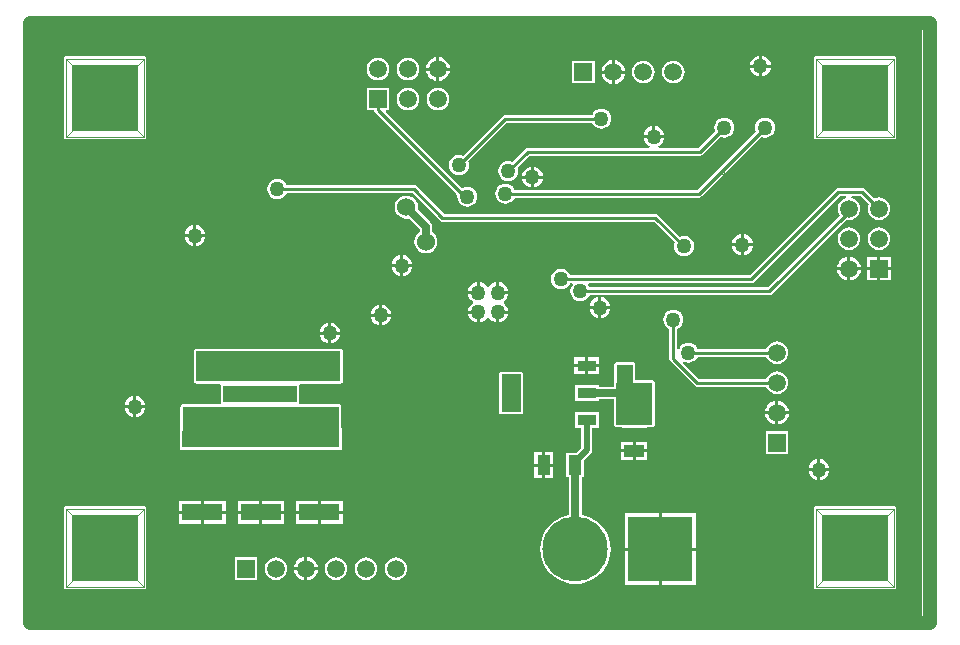
<source format=gbl>
G04*
G04 #@! TF.GenerationSoftware,Altium Limited,Altium Designer,19.1.5 (86)*
G04*
G04 Layer_Physical_Order=2*
G04 Layer_Color=16711680*
%FSLAX25Y25*%
%MOIN*%
G70*
G01*
G75*
%ADD13C,0.01000*%
%ADD18C,0.04724*%
%ADD19C,0.00394*%
%ADD20C,0.00098*%
%ADD21R,0.06693X0.04331*%
%ADD23R,0.05906X0.05906*%
%ADD27R,0.04331X0.06693*%
%ADD59R,0.22047X0.22047*%
%ADD60C,0.05906*%
%ADD61R,0.05906X0.05906*%
%ADD62C,0.06000*%
%ADD63C,0.07500*%
%ADD64C,0.14961*%
%ADD65R,0.21717X0.21717*%
%ADD66C,0.21717*%
%ADD67C,0.05000*%
%ADD68C,0.02362*%
%ADD69R,0.13583X0.05709*%
%ADD70R,0.06300X0.03600*%
%ADD71C,0.02500*%
%ADD72C,0.02000*%
%ADD73R,0.05500X0.07000*%
%ADD74R,0.12000X0.14000*%
%ADD75R,0.52000X0.13500*%
%ADD76R,0.24500X0.05500*%
%ADD77R,0.48000X0.10000*%
G36*
X397500Y102000D02*
X102500D01*
Y297500D01*
X397500D01*
Y102000D01*
D02*
G37*
%LPC*%
G36*
X344000Y288964D02*
Y286000D01*
X346964D01*
X346910Y286414D01*
X346557Y287265D01*
X345996Y287996D01*
X345265Y288557D01*
X344414Y288910D01*
X344000Y288964D01*
D02*
G37*
G36*
X343000D02*
X342586Y288910D01*
X341735Y288557D01*
X341004Y287996D01*
X340443Y287265D01*
X340090Y286414D01*
X340036Y286000D01*
X343000D01*
Y288964D01*
D02*
G37*
G36*
X236500Y288421D02*
Y285000D01*
X239921D01*
X239851Y285532D01*
X239453Y286493D01*
X238819Y287319D01*
X237993Y287953D01*
X237032Y288351D01*
X236500Y288421D01*
D02*
G37*
G36*
X235500D02*
X234968Y288351D01*
X234007Y287953D01*
X233181Y287319D01*
X232547Y286493D01*
X232149Y285532D01*
X232079Y285000D01*
X235500D01*
Y288421D01*
D02*
G37*
G36*
X295000Y287421D02*
Y284000D01*
X298421D01*
X298351Y284532D01*
X297953Y285493D01*
X297319Y286319D01*
X296493Y286953D01*
X295532Y287351D01*
X295000Y287421D01*
D02*
G37*
G36*
X294000D02*
X293468Y287351D01*
X292507Y286953D01*
X291681Y286319D01*
X291047Y285493D01*
X290649Y284532D01*
X290579Y284000D01*
X294000D01*
Y287421D01*
D02*
G37*
G36*
X346964Y285000D02*
X344000D01*
Y282036D01*
X344414Y282090D01*
X345265Y282443D01*
X345996Y283004D01*
X346557Y283735D01*
X346910Y284586D01*
X346964Y285000D01*
D02*
G37*
G36*
X343000D02*
X340036D01*
X340090Y284586D01*
X340443Y283735D01*
X341004Y283004D01*
X341735Y282443D01*
X342586Y282090D01*
X343000Y282036D01*
Y285000D01*
D02*
G37*
G36*
X226000Y288285D02*
X225020Y288156D01*
X224107Y287778D01*
X223323Y287176D01*
X222722Y286393D01*
X222344Y285480D01*
X222215Y284500D01*
X222344Y283520D01*
X222722Y282607D01*
X223323Y281823D01*
X224107Y281222D01*
X225020Y280844D01*
X226000Y280715D01*
X226980Y280844D01*
X227893Y281222D01*
X228677Y281823D01*
X229278Y282607D01*
X229656Y283520D01*
X229785Y284500D01*
X229656Y285480D01*
X229278Y286393D01*
X228677Y287176D01*
X227893Y287778D01*
X226980Y288156D01*
X226000Y288285D01*
D02*
G37*
G36*
X216000D02*
X215020Y288156D01*
X214107Y287778D01*
X213323Y287176D01*
X212722Y286393D01*
X212344Y285480D01*
X212215Y284500D01*
X212344Y283520D01*
X212722Y282607D01*
X213323Y281823D01*
X214107Y281222D01*
X215020Y280844D01*
X216000Y280715D01*
X216980Y280844D01*
X217893Y281222D01*
X218676Y281823D01*
X219278Y282607D01*
X219656Y283520D01*
X219785Y284500D01*
X219656Y285480D01*
X219278Y286393D01*
X218676Y287176D01*
X217893Y287778D01*
X216980Y288156D01*
X216000Y288285D01*
D02*
G37*
G36*
X239921Y284000D02*
X236500D01*
Y280579D01*
X237032Y280649D01*
X237993Y281047D01*
X238819Y281681D01*
X239453Y282507D01*
X239851Y283468D01*
X239921Y284000D01*
D02*
G37*
G36*
X235500D02*
X232079D01*
X232149Y283468D01*
X232547Y282507D01*
X233181Y281681D01*
X234007Y281047D01*
X234968Y280649D01*
X235500Y280579D01*
Y284000D01*
D02*
G37*
G36*
X288253Y287253D02*
X280747D01*
Y279747D01*
X288253D01*
Y287253D01*
D02*
G37*
G36*
X314500Y287285D02*
X313520Y287156D01*
X312607Y286778D01*
X311824Y286176D01*
X311222Y285393D01*
X310844Y284480D01*
X310715Y283500D01*
X310844Y282520D01*
X311222Y281607D01*
X311824Y280823D01*
X312607Y280222D01*
X313520Y279844D01*
X314500Y279715D01*
X315480Y279844D01*
X316393Y280222D01*
X317177Y280823D01*
X317778Y281607D01*
X318156Y282520D01*
X318285Y283500D01*
X318156Y284480D01*
X317778Y285393D01*
X317177Y286176D01*
X316393Y286778D01*
X315480Y287156D01*
X314500Y287285D01*
D02*
G37*
G36*
X304500D02*
X303520Y287156D01*
X302607Y286778D01*
X301823Y286176D01*
X301222Y285393D01*
X300844Y284480D01*
X300715Y283500D01*
X300844Y282520D01*
X301222Y281607D01*
X301823Y280823D01*
X302607Y280222D01*
X303520Y279844D01*
X304500Y279715D01*
X305480Y279844D01*
X306393Y280222D01*
X307176Y280823D01*
X307778Y281607D01*
X308156Y282520D01*
X308285Y283500D01*
X308156Y284480D01*
X307778Y285393D01*
X307176Y286176D01*
X306393Y286778D01*
X305480Y287156D01*
X304500Y287285D01*
D02*
G37*
G36*
X298421Y283000D02*
X295000D01*
Y279579D01*
X295532Y279649D01*
X296493Y280047D01*
X297319Y280681D01*
X297953Y281507D01*
X298351Y282468D01*
X298421Y283000D01*
D02*
G37*
G36*
X294000D02*
X290579D01*
X290649Y282468D01*
X291047Y281507D01*
X291681Y280681D01*
X292507Y280047D01*
X293468Y279649D01*
X294000Y279579D01*
Y283000D01*
D02*
G37*
G36*
X236000Y278285D02*
X235020Y278156D01*
X234107Y277778D01*
X233324Y277176D01*
X232722Y276393D01*
X232344Y275480D01*
X232215Y274500D01*
X232344Y273520D01*
X232722Y272607D01*
X233324Y271824D01*
X234107Y271222D01*
X235020Y270844D01*
X236000Y270715D01*
X236980Y270844D01*
X237893Y271222D01*
X238677Y271824D01*
X239278Y272607D01*
X239656Y273520D01*
X239785Y274500D01*
X239656Y275480D01*
X239278Y276393D01*
X238677Y277176D01*
X237893Y277778D01*
X236980Y278156D01*
X236000Y278285D01*
D02*
G37*
G36*
X226000D02*
X225020Y278156D01*
X224107Y277778D01*
X223323Y277176D01*
X222722Y276393D01*
X222344Y275480D01*
X222215Y274500D01*
X222344Y273520D01*
X222722Y272607D01*
X223323Y271824D01*
X224107Y271222D01*
X225020Y270844D01*
X226000Y270715D01*
X226980Y270844D01*
X227893Y271222D01*
X228677Y271824D01*
X229278Y272607D01*
X229656Y273520D01*
X229785Y274500D01*
X229656Y275480D01*
X229278Y276393D01*
X228677Y277176D01*
X227893Y277778D01*
X226980Y278156D01*
X226000Y278285D01*
D02*
G37*
G36*
X290500Y271328D02*
X289638Y271215D01*
X288836Y270883D01*
X288146Y270354D01*
X287617Y269664D01*
X287477Y269325D01*
X258500D01*
X257993Y269225D01*
X257563Y268937D01*
X244200Y255575D01*
X243862Y255715D01*
X243000Y255828D01*
X242139Y255715D01*
X241336Y255382D01*
X240646Y254854D01*
X240118Y254164D01*
X239785Y253362D01*
X239671Y252500D01*
X239785Y251639D01*
X240118Y250836D01*
X240646Y250146D01*
X241336Y249618D01*
X242139Y249285D01*
X243000Y249171D01*
X243862Y249285D01*
X244664Y249618D01*
X245354Y250146D01*
X245883Y250836D01*
X246215Y251639D01*
X246328Y252500D01*
X246215Y253362D01*
X246075Y253700D01*
X259049Y266674D01*
X287477D01*
X287617Y266336D01*
X288146Y265646D01*
X288836Y265118D01*
X289638Y264785D01*
X290500Y264671D01*
X291361Y264785D01*
X292164Y265118D01*
X292854Y265646D01*
X293383Y266336D01*
X293715Y267139D01*
X293829Y268000D01*
X293715Y268862D01*
X293383Y269664D01*
X292854Y270354D01*
X292164Y270883D01*
X291361Y271215D01*
X290500Y271328D01*
D02*
G37*
G36*
X308500Y265464D02*
Y262500D01*
X311464D01*
X311410Y262914D01*
X311057Y263765D01*
X310496Y264496D01*
X309765Y265057D01*
X308914Y265410D01*
X308500Y265464D01*
D02*
G37*
G36*
X307500D02*
X307086Y265410D01*
X306235Y265057D01*
X305504Y264496D01*
X304943Y263765D01*
X304590Y262914D01*
X304536Y262500D01*
X307500D01*
Y265464D01*
D02*
G37*
G36*
X345000Y268328D02*
X344139Y268215D01*
X343336Y267882D01*
X342646Y267354D01*
X342118Y266664D01*
X341785Y265862D01*
X341671Y265000D01*
X341785Y264139D01*
X341925Y263800D01*
X322451Y244325D01*
X261523D01*
X261383Y244664D01*
X260854Y245354D01*
X260164Y245883D01*
X259362Y246215D01*
X258500Y246328D01*
X257639Y246215D01*
X256836Y245883D01*
X256146Y245354D01*
X255617Y244664D01*
X255285Y243862D01*
X255171Y243000D01*
X255285Y242139D01*
X255617Y241336D01*
X256146Y240646D01*
X256836Y240118D01*
X257639Y239785D01*
X258500Y239671D01*
X259362Y239785D01*
X260164Y240118D01*
X260854Y240646D01*
X261383Y241336D01*
X261523Y241674D01*
X323000D01*
X323507Y241775D01*
X323937Y242063D01*
X343800Y261925D01*
X344139Y261785D01*
X345000Y261671D01*
X345862Y261785D01*
X346664Y262118D01*
X347354Y262646D01*
X347883Y263336D01*
X348215Y264139D01*
X348328Y265000D01*
X348215Y265862D01*
X347883Y266664D01*
X347354Y267354D01*
X346664Y267882D01*
X345862Y268215D01*
X345000Y268328D01*
D02*
G37*
G36*
X331500D02*
X330639Y268215D01*
X329836Y267882D01*
X329146Y267354D01*
X328618Y266664D01*
X328285Y265862D01*
X328171Y265000D01*
X328285Y264139D01*
X328425Y263800D01*
X322951Y258326D01*
X309581D01*
X309482Y258825D01*
X309765Y258943D01*
X310496Y259504D01*
X311057Y260235D01*
X311410Y261086D01*
X311464Y261500D01*
X304536D01*
X304590Y261086D01*
X304943Y260235D01*
X305504Y259504D01*
X306235Y258943D01*
X306518Y258825D01*
X306419Y258326D01*
X266000D01*
X265493Y258225D01*
X265063Y257937D01*
X260700Y253575D01*
X260362Y253715D01*
X259500Y253829D01*
X258639Y253715D01*
X257836Y253382D01*
X257146Y252854D01*
X256617Y252164D01*
X256285Y251361D01*
X256171Y250500D01*
X256285Y249639D01*
X256617Y248836D01*
X257146Y248146D01*
X257836Y247618D01*
X258639Y247285D01*
X259500Y247171D01*
X260362Y247285D01*
X261164Y247618D01*
X261854Y248146D01*
X262383Y248836D01*
X262715Y249639D01*
X262828Y250500D01*
X262715Y251361D01*
X262575Y251700D01*
X266549Y255675D01*
X323500D01*
X324007Y255775D01*
X324437Y256063D01*
X330300Y261925D01*
X330639Y261785D01*
X331500Y261671D01*
X332362Y261785D01*
X333164Y262118D01*
X333854Y262646D01*
X334383Y263336D01*
X334715Y264139D01*
X334828Y265000D01*
X334715Y265862D01*
X334383Y266664D01*
X333854Y267354D01*
X333164Y267882D01*
X332362Y268215D01*
X331500Y268328D01*
D02*
G37*
G36*
X387992Y288811D02*
X362008D01*
X361696Y288749D01*
X361431Y288572D01*
X361254Y288307D01*
X361192Y287995D01*
Y262011D01*
X361254Y261699D01*
X361431Y261434D01*
X361696Y261257D01*
X362008Y261195D01*
X387992D01*
X388304Y261257D01*
X388569Y261434D01*
X388746Y261699D01*
X388808Y262011D01*
Y287995D01*
X388746Y288307D01*
X388569Y288572D01*
X388304Y288749D01*
X387992Y288811D01*
D02*
G37*
G36*
X137992D02*
X112008D01*
X111696Y288749D01*
X111431Y288572D01*
X111254Y288307D01*
X111192Y287995D01*
Y262011D01*
X111254Y261699D01*
X111431Y261434D01*
X111696Y261257D01*
X112008Y261195D01*
X137992D01*
X138304Y261257D01*
X138569Y261434D01*
X138746Y261699D01*
X138808Y262011D01*
Y287995D01*
X138746Y288307D01*
X138569Y288572D01*
X138304Y288749D01*
X137992Y288811D01*
D02*
G37*
G36*
X268000Y251964D02*
Y249000D01*
X270964D01*
X270910Y249414D01*
X270557Y250265D01*
X269996Y250996D01*
X269265Y251557D01*
X268414Y251910D01*
X268000Y251964D01*
D02*
G37*
G36*
X267000D02*
X266586Y251910D01*
X265735Y251557D01*
X265004Y250996D01*
X264443Y250265D01*
X264090Y249414D01*
X264036Y249000D01*
X267000D01*
Y251964D01*
D02*
G37*
G36*
X270964Y248000D02*
X268000D01*
Y245036D01*
X268414Y245090D01*
X269265Y245443D01*
X269996Y246004D01*
X270557Y246735D01*
X270910Y247586D01*
X270964Y248000D01*
D02*
G37*
G36*
X267000D02*
X264036D01*
X264090Y247586D01*
X264443Y246735D01*
X265004Y246004D01*
X265735Y245443D01*
X266586Y245090D01*
X267000Y245036D01*
Y248000D01*
D02*
G37*
G36*
X219753Y278253D02*
X212247D01*
Y270747D01*
X214725D01*
X214775Y270493D01*
X215063Y270063D01*
X242503Y242622D01*
X242422Y242000D01*
X242535Y241139D01*
X242867Y240336D01*
X243396Y239646D01*
X244086Y239118D01*
X244888Y238785D01*
X245750Y238671D01*
X246611Y238785D01*
X247414Y239118D01*
X248104Y239646D01*
X248633Y240336D01*
X248965Y241139D01*
X249078Y242000D01*
X248965Y242862D01*
X248633Y243664D01*
X248104Y244354D01*
X247414Y244882D01*
X246611Y245215D01*
X245750Y245328D01*
X244888Y245215D01*
X244086Y244882D01*
X244033Y244842D01*
X218589Y270285D01*
X218780Y270747D01*
X219753D01*
Y278253D01*
D02*
G37*
G36*
X377500Y244826D02*
X369500D01*
X368993Y244725D01*
X368563Y244437D01*
X339951Y215826D01*
X280023D01*
X279883Y216164D01*
X279354Y216854D01*
X278664Y217383D01*
X277861Y217715D01*
X277000Y217828D01*
X276138Y217715D01*
X275336Y217383D01*
X274646Y216854D01*
X274117Y216164D01*
X273785Y215361D01*
X273672Y214500D01*
X273785Y213638D01*
X274117Y212836D01*
X274646Y212146D01*
X275336Y211617D01*
X276138Y211285D01*
X277000Y211172D01*
X277861Y211285D01*
X278664Y211617D01*
X279354Y212146D01*
X279883Y212836D01*
X280023Y213175D01*
X280778D01*
X281009Y212674D01*
X280617Y212164D01*
X280285Y211362D01*
X280171Y210500D01*
X280285Y209639D01*
X280617Y208836D01*
X281146Y208146D01*
X281836Y207617D01*
X282639Y207285D01*
X283500Y207172D01*
X284362Y207285D01*
X285164Y207617D01*
X285854Y208146D01*
X286383Y208836D01*
X286523Y209174D01*
X346500D01*
X347007Y209275D01*
X347437Y209563D01*
X372195Y234321D01*
X373000Y234215D01*
X373980Y234344D01*
X374893Y234722D01*
X375676Y235324D01*
X376278Y236107D01*
X376656Y237020D01*
X376785Y238000D01*
X376656Y238980D01*
X376278Y239893D01*
X375676Y240676D01*
X374893Y241278D01*
X373980Y241656D01*
X373840Y241674D01*
X373873Y242175D01*
X376951D01*
X379579Y239547D01*
X379344Y238980D01*
X379215Y238000D01*
X379344Y237020D01*
X379722Y236107D01*
X380324Y235324D01*
X381107Y234722D01*
X382020Y234344D01*
X383000Y234215D01*
X383980Y234344D01*
X384893Y234722D01*
X385677Y235324D01*
X386278Y236107D01*
X386656Y237020D01*
X386785Y238000D01*
X386656Y238980D01*
X386278Y239893D01*
X385677Y240676D01*
X384893Y241278D01*
X383980Y241656D01*
X383000Y241785D01*
X382020Y241656D01*
X381453Y241421D01*
X378437Y244437D01*
X378007Y244725D01*
X377500Y244826D01*
D02*
G37*
G36*
X155500Y232464D02*
Y229500D01*
X158464D01*
X158410Y229914D01*
X158057Y230765D01*
X157496Y231496D01*
X156765Y232057D01*
X155914Y232410D01*
X155500Y232464D01*
D02*
G37*
G36*
X154500D02*
X154086Y232410D01*
X153235Y232057D01*
X152504Y231496D01*
X151943Y230765D01*
X151590Y229914D01*
X151536Y229500D01*
X154500D01*
Y232464D01*
D02*
G37*
G36*
X338000Y229464D02*
Y226500D01*
X340964D01*
X340910Y226914D01*
X340557Y227765D01*
X339996Y228496D01*
X339265Y229057D01*
X338414Y229410D01*
X338000Y229464D01*
D02*
G37*
G36*
X337000D02*
X336586Y229410D01*
X335735Y229057D01*
X335004Y228496D01*
X334443Y227765D01*
X334090Y226914D01*
X334036Y226500D01*
X337000D01*
Y229464D01*
D02*
G37*
G36*
X158464Y228500D02*
X155500D01*
Y225536D01*
X155914Y225590D01*
X156765Y225943D01*
X157496Y226504D01*
X158057Y227235D01*
X158410Y228086D01*
X158464Y228500D01*
D02*
G37*
G36*
X154500D02*
X151536D01*
X151590Y228086D01*
X151943Y227235D01*
X152504Y226504D01*
X153235Y225943D01*
X154086Y225590D01*
X154500Y225536D01*
Y228500D01*
D02*
G37*
G36*
X383000Y231785D02*
X382020Y231656D01*
X381107Y231278D01*
X380324Y230677D01*
X379722Y229893D01*
X379344Y228980D01*
X379215Y228000D01*
X379344Y227020D01*
X379722Y226107D01*
X380324Y225324D01*
X381107Y224722D01*
X382020Y224344D01*
X383000Y224215D01*
X383980Y224344D01*
X384893Y224722D01*
X385677Y225324D01*
X386278Y226107D01*
X386656Y227020D01*
X386785Y228000D01*
X386656Y228980D01*
X386278Y229893D01*
X385677Y230677D01*
X384893Y231278D01*
X383980Y231656D01*
X383000Y231785D01*
D02*
G37*
G36*
X373000D02*
X372020Y231656D01*
X371107Y231278D01*
X370323Y230677D01*
X369722Y229893D01*
X369344Y228980D01*
X369215Y228000D01*
X369344Y227020D01*
X369722Y226107D01*
X370323Y225324D01*
X371107Y224722D01*
X372020Y224344D01*
X373000Y224215D01*
X373980Y224344D01*
X374893Y224722D01*
X375676Y225324D01*
X376278Y226107D01*
X376656Y227020D01*
X376785Y228000D01*
X376656Y228980D01*
X376278Y229893D01*
X375676Y230677D01*
X374893Y231278D01*
X373980Y231656D01*
X373000Y231785D01*
D02*
G37*
G36*
X225500Y242333D02*
X224508Y242202D01*
X223584Y241819D01*
X222790Y241210D01*
X222181Y240416D01*
X221798Y239492D01*
X221667Y238500D01*
X221798Y237508D01*
X222181Y236584D01*
X222790Y235790D01*
X223584Y235181D01*
X224508Y234798D01*
X225500Y234667D01*
X226275Y234769D01*
X229910Y231134D01*
Y230186D01*
X229290Y229710D01*
X228681Y228916D01*
X228298Y227992D01*
X228167Y227000D01*
X228298Y226008D01*
X228681Y225084D01*
X229290Y224290D01*
X230084Y223681D01*
X231008Y223298D01*
X232000Y223167D01*
X232992Y223298D01*
X233916Y223681D01*
X234710Y224290D01*
X235319Y225084D01*
X235702Y226008D01*
X235833Y227000D01*
X235702Y227992D01*
X235319Y228916D01*
X234710Y229710D01*
X234090Y230186D01*
Y232000D01*
X234090Y232000D01*
X233931Y232800D01*
X233478Y233478D01*
X229231Y237725D01*
X229333Y238500D01*
X229202Y239492D01*
X228819Y240416D01*
X228210Y241210D01*
X227416Y241819D01*
X226492Y242202D01*
X225500Y242333D01*
D02*
G37*
G36*
X340964Y225500D02*
X338000D01*
Y222536D01*
X338414Y222590D01*
X339265Y222943D01*
X339996Y223504D01*
X340557Y224235D01*
X340910Y225086D01*
X340964Y225500D01*
D02*
G37*
G36*
X337000D02*
X334036D01*
X334090Y225086D01*
X334443Y224235D01*
X335004Y223504D01*
X335735Y222943D01*
X336586Y222590D01*
X337000Y222536D01*
Y225500D01*
D02*
G37*
G36*
X182500Y247829D02*
X181639Y247715D01*
X180836Y247382D01*
X180146Y246854D01*
X179618Y246164D01*
X179285Y245361D01*
X179172Y244500D01*
X179285Y243638D01*
X179618Y242836D01*
X180146Y242146D01*
X180836Y241617D01*
X181639Y241285D01*
X182500Y241172D01*
X183361Y241285D01*
X184164Y241617D01*
X184854Y242146D01*
X185382Y242836D01*
X185523Y243175D01*
X227451D01*
X236563Y234063D01*
X236993Y233775D01*
X237500Y233675D01*
X307951D01*
X314925Y226700D01*
X314785Y226361D01*
X314671Y225500D01*
X314785Y224639D01*
X315118Y223836D01*
X315646Y223146D01*
X316336Y222618D01*
X317139Y222285D01*
X318000Y222171D01*
X318862Y222285D01*
X319664Y222618D01*
X320354Y223146D01*
X320883Y223836D01*
X321215Y224639D01*
X321328Y225500D01*
X321215Y226361D01*
X320883Y227164D01*
X320354Y227854D01*
X319664Y228382D01*
X318862Y228715D01*
X318000Y228829D01*
X317139Y228715D01*
X316800Y228575D01*
X309437Y235937D01*
X309007Y236225D01*
X308500Y236326D01*
X238049D01*
X228937Y245437D01*
X228507Y245725D01*
X228000Y245826D01*
X185523D01*
X185382Y246164D01*
X184854Y246854D01*
X184164Y247382D01*
X183361Y247715D01*
X182500Y247829D01*
D02*
G37*
G36*
X224500Y222464D02*
Y219500D01*
X227464D01*
X227410Y219914D01*
X227057Y220765D01*
X226496Y221496D01*
X225765Y222057D01*
X224914Y222410D01*
X224500Y222464D01*
D02*
G37*
G36*
X223500D02*
X223086Y222410D01*
X222235Y222057D01*
X221504Y221496D01*
X220943Y220765D01*
X220590Y219914D01*
X220536Y219500D01*
X223500D01*
Y222464D01*
D02*
G37*
G36*
X386953Y221953D02*
X383500D01*
Y218500D01*
X386953D01*
Y221953D01*
D02*
G37*
G36*
X373500Y221921D02*
Y218500D01*
X376921D01*
X376851Y219032D01*
X376453Y219993D01*
X375819Y220819D01*
X374993Y221453D01*
X374032Y221851D01*
X373500Y221921D01*
D02*
G37*
G36*
X372500D02*
X371968Y221851D01*
X371007Y221453D01*
X370181Y220819D01*
X369547Y219993D01*
X369149Y219032D01*
X369079Y218500D01*
X372500D01*
Y221921D01*
D02*
G37*
G36*
X382500Y221953D02*
X379047D01*
Y218500D01*
X382500D01*
Y221953D01*
D02*
G37*
G36*
X227464Y218500D02*
X224500D01*
Y215536D01*
X224914Y215590D01*
X225765Y215943D01*
X226496Y216504D01*
X227057Y217235D01*
X227410Y218086D01*
X227464Y218500D01*
D02*
G37*
G36*
X223500D02*
X220536D01*
X220590Y218086D01*
X220943Y217235D01*
X221504Y216504D01*
X222235Y215943D01*
X223086Y215590D01*
X223500Y215536D01*
Y218500D01*
D02*
G37*
G36*
X376921Y217500D02*
X373500D01*
Y214079D01*
X374032Y214149D01*
X374993Y214547D01*
X375819Y215181D01*
X376453Y216007D01*
X376851Y216968D01*
X376921Y217500D01*
D02*
G37*
G36*
X372500D02*
X369079D01*
X369149Y216968D01*
X369547Y216007D01*
X370181Y215181D01*
X371007Y214547D01*
X371968Y214149D01*
X372500Y214079D01*
Y217500D01*
D02*
G37*
G36*
X386953D02*
X383500D01*
Y214047D01*
X386953D01*
Y217500D01*
D02*
G37*
G36*
X382500D02*
X379047D01*
Y214047D01*
X382500D01*
Y217500D01*
D02*
G37*
G36*
X255500Y213464D02*
X255086Y213410D01*
X254235Y213057D01*
X253504Y212496D01*
X253044Y211897D01*
X252888Y211855D01*
X252612D01*
X252456Y211897D01*
X251996Y212496D01*
X251265Y213057D01*
X250414Y213410D01*
X250000Y213464D01*
Y210000D01*
X249500D01*
Y209500D01*
X246036D01*
X246090Y209086D01*
X246443Y208235D01*
X247004Y207504D01*
X247603Y207044D01*
X247645Y206888D01*
Y206612D01*
X247603Y206456D01*
X247004Y205996D01*
X246443Y205265D01*
X246090Y204414D01*
X246036Y204000D01*
X249500D01*
Y203500D01*
X250000D01*
Y200036D01*
X250414Y200090D01*
X251265Y200443D01*
X251996Y201004D01*
X252456Y201603D01*
X252612Y201645D01*
X252888D01*
X253044Y201603D01*
X253504Y201004D01*
X254235Y200443D01*
X255086Y200090D01*
X255500Y200036D01*
Y203500D01*
X256000D01*
Y204000D01*
X259464D01*
X259410Y204414D01*
X259057Y205265D01*
X258496Y205996D01*
X257897Y206456D01*
X257855Y206612D01*
Y206888D01*
X257897Y207044D01*
X258496Y207504D01*
X259057Y208235D01*
X259410Y209086D01*
X259464Y209500D01*
X256000D01*
Y210000D01*
X255500D01*
Y213464D01*
D02*
G37*
G36*
X256500D02*
Y210500D01*
X259464D01*
X259410Y210914D01*
X259057Y211765D01*
X258496Y212496D01*
X257765Y213057D01*
X256914Y213410D01*
X256500Y213464D01*
D02*
G37*
G36*
X249000D02*
X248586Y213410D01*
X247735Y213057D01*
X247004Y212496D01*
X246443Y211765D01*
X246090Y210914D01*
X246036Y210500D01*
X249000D01*
Y213464D01*
D02*
G37*
G36*
X290500Y208464D02*
Y205500D01*
X293464D01*
X293410Y205914D01*
X293057Y206765D01*
X292496Y207496D01*
X291765Y208057D01*
X290914Y208410D01*
X290500Y208464D01*
D02*
G37*
G36*
X289500D02*
X289086Y208410D01*
X288235Y208057D01*
X287504Y207496D01*
X286943Y206765D01*
X286590Y205914D01*
X286536Y205500D01*
X289500D01*
Y208464D01*
D02*
G37*
G36*
X217500Y205964D02*
Y203000D01*
X220464D01*
X220410Y203414D01*
X220057Y204265D01*
X219496Y204996D01*
X218765Y205557D01*
X217914Y205910D01*
X217500Y205964D01*
D02*
G37*
G36*
X216500D02*
X216086Y205910D01*
X215235Y205557D01*
X214504Y204996D01*
X213943Y204265D01*
X213590Y203414D01*
X213536Y203000D01*
X216500D01*
Y205964D01*
D02*
G37*
G36*
X293464Y204500D02*
X290500D01*
Y201536D01*
X290914Y201590D01*
X291765Y201943D01*
X292496Y202504D01*
X293057Y203235D01*
X293410Y204086D01*
X293464Y204500D01*
D02*
G37*
G36*
X289500D02*
X286536D01*
X286590Y204086D01*
X286943Y203235D01*
X287504Y202504D01*
X288235Y201943D01*
X289086Y201590D01*
X289500Y201536D01*
Y204500D01*
D02*
G37*
G36*
X259464Y203000D02*
X256500D01*
Y200036D01*
X256914Y200090D01*
X257765Y200443D01*
X258496Y201004D01*
X259057Y201735D01*
X259410Y202586D01*
X259464Y203000D01*
D02*
G37*
G36*
X249000D02*
X246036D01*
X246090Y202586D01*
X246443Y201735D01*
X247004Y201004D01*
X247735Y200443D01*
X248586Y200090D01*
X249000Y200036D01*
Y203000D01*
D02*
G37*
G36*
X220464Y202000D02*
X217500D01*
Y199036D01*
X217914Y199090D01*
X218765Y199443D01*
X219496Y200004D01*
X220057Y200735D01*
X220410Y201586D01*
X220464Y202000D01*
D02*
G37*
G36*
X216500D02*
X213536D01*
X213590Y201586D01*
X213943Y200735D01*
X214504Y200004D01*
X215235Y199443D01*
X216086Y199090D01*
X216500Y199036D01*
Y202000D01*
D02*
G37*
G36*
X200500Y199964D02*
Y197000D01*
X203464D01*
X203410Y197414D01*
X203057Y198265D01*
X202496Y198996D01*
X201765Y199557D01*
X200914Y199910D01*
X200500Y199964D01*
D02*
G37*
G36*
X199500D02*
X199086Y199910D01*
X198235Y199557D01*
X197504Y198996D01*
X196943Y198265D01*
X196590Y197414D01*
X196536Y197000D01*
X199500D01*
Y199964D01*
D02*
G37*
G36*
X203464Y196000D02*
X200500D01*
Y193036D01*
X200914Y193090D01*
X201765Y193443D01*
X202496Y194004D01*
X203057Y194735D01*
X203410Y195586D01*
X203464Y196000D01*
D02*
G37*
G36*
X199500D02*
X196536D01*
X196590Y195586D01*
X196943Y194735D01*
X197504Y194004D01*
X198235Y193443D01*
X199086Y193090D01*
X199500Y193036D01*
Y196000D01*
D02*
G37*
G36*
X314500Y204328D02*
X313638Y204215D01*
X312836Y203883D01*
X312146Y203354D01*
X311617Y202664D01*
X311285Y201862D01*
X311172Y201000D01*
X311285Y200138D01*
X311617Y199336D01*
X312146Y198646D01*
X312836Y198117D01*
X313175Y197977D01*
Y188000D01*
X313275Y187493D01*
X313563Y187063D01*
X321563Y179063D01*
X321993Y178775D01*
X322500Y178674D01*
X345487D01*
X345722Y178107D01*
X346323Y177323D01*
X347107Y176722D01*
X348020Y176344D01*
X349000Y176215D01*
X349980Y176344D01*
X350893Y176722D01*
X351677Y177323D01*
X352278Y178107D01*
X352656Y179020D01*
X352785Y180000D01*
X352656Y180980D01*
X352278Y181893D01*
X351677Y182676D01*
X350893Y183278D01*
X349980Y183656D01*
X349000Y183785D01*
X348020Y183656D01*
X347107Y183278D01*
X346323Y182676D01*
X345722Y181893D01*
X345487Y181325D01*
X323049D01*
X317772Y186603D01*
X318055Y187027D01*
X318638Y186785D01*
X319500Y186671D01*
X320361Y186785D01*
X321164Y187118D01*
X321854Y187646D01*
X322382Y188336D01*
X322523Y188674D01*
X345487D01*
X345722Y188107D01*
X346323Y187323D01*
X347107Y186722D01*
X348020Y186344D01*
X349000Y186215D01*
X349980Y186344D01*
X350893Y186722D01*
X351677Y187323D01*
X352278Y188107D01*
X352656Y189020D01*
X352785Y190000D01*
X352656Y190980D01*
X352278Y191893D01*
X351677Y192676D01*
X350893Y193278D01*
X349980Y193656D01*
X349000Y193785D01*
X348020Y193656D01*
X347107Y193278D01*
X346323Y192676D01*
X345722Y191893D01*
X345487Y191325D01*
X322523D01*
X322382Y191664D01*
X321854Y192354D01*
X321164Y192883D01*
X320361Y193215D01*
X319500Y193328D01*
X318638Y193215D01*
X317836Y192883D01*
X317146Y192354D01*
X316617Y191664D01*
X316325Y190959D01*
X315826Y191059D01*
Y197977D01*
X316164Y198117D01*
X316854Y198646D01*
X317383Y199336D01*
X317715Y200138D01*
X317828Y201000D01*
X317715Y201862D01*
X317383Y202664D01*
X316854Y203354D01*
X316164Y203883D01*
X315361Y204215D01*
X314500Y204328D01*
D02*
G37*
G36*
X289750Y188355D02*
X286100D01*
Y186055D01*
X289750D01*
Y188355D01*
D02*
G37*
G36*
X285100D02*
X281450D01*
Y186055D01*
X285100D01*
Y188355D01*
D02*
G37*
G36*
X289750Y185055D02*
X286100D01*
Y182755D01*
X289750D01*
Y185055D01*
D02*
G37*
G36*
X285100D02*
X281450D01*
Y182755D01*
X285100D01*
Y185055D01*
D02*
G37*
G36*
X301000Y186816D02*
X295500D01*
X295188Y186754D01*
X294923Y186577D01*
X294746Y186312D01*
X294684Y186000D01*
Y183097D01*
X294672Y183000D01*
X294684Y182903D01*
Y178590D01*
X289550D01*
Y179100D01*
X281650D01*
Y173900D01*
X289550D01*
Y174410D01*
X294684D01*
Y166000D01*
X294746Y165688D01*
X294923Y165423D01*
X295188Y165246D01*
X295500Y165184D01*
X297354D01*
Y164850D01*
X305646D01*
Y165184D01*
X307500D01*
X307812Y165246D01*
X308077Y165423D01*
X308254Y165688D01*
X308316Y166000D01*
Y180000D01*
X308254Y180312D01*
X308077Y180577D01*
X307812Y180754D01*
X307500Y180816D01*
X301816D01*
Y186000D01*
X301754Y186312D01*
X301577Y186577D01*
X301312Y186754D01*
X301000Y186816D01*
D02*
G37*
G36*
X135500Y175464D02*
Y172500D01*
X138464D01*
X138410Y172914D01*
X138057Y173765D01*
X137496Y174496D01*
X136765Y175057D01*
X135914Y175410D01*
X135500Y175464D01*
D02*
G37*
G36*
X134500D02*
X134086Y175410D01*
X133235Y175057D01*
X132504Y174496D01*
X131943Y173765D01*
X131590Y172914D01*
X131536Y172500D01*
X134500D01*
Y175464D01*
D02*
G37*
G36*
X349500Y173921D02*
Y170500D01*
X352921D01*
X352851Y171032D01*
X352453Y171993D01*
X351819Y172819D01*
X350993Y173453D01*
X350032Y173851D01*
X349500Y173921D01*
D02*
G37*
G36*
X348500D02*
X347968Y173851D01*
X347007Y173453D01*
X346181Y172819D01*
X345547Y171993D01*
X345149Y171032D01*
X345079Y170500D01*
X348500D01*
Y173921D01*
D02*
G37*
G36*
X263550Y183616D02*
X257250D01*
X256938Y183554D01*
X256673Y183377D01*
X256496Y183112D01*
X256434Y182800D01*
Y170200D01*
X256496Y169888D01*
X256673Y169623D01*
X256938Y169446D01*
X257250Y169384D01*
X263550D01*
X263862Y169446D01*
X264127Y169623D01*
X264304Y169888D01*
X264366Y170200D01*
Y182800D01*
X264304Y183112D01*
X264127Y183377D01*
X263862Y183554D01*
X263550Y183616D01*
D02*
G37*
G36*
X138464Y171500D02*
X135500D01*
Y168536D01*
X135914Y168590D01*
X136765Y168943D01*
X137496Y169504D01*
X138057Y170235D01*
X138410Y171086D01*
X138464Y171500D01*
D02*
G37*
G36*
X134500D02*
X131536D01*
X131590Y171086D01*
X131943Y170235D01*
X132504Y169504D01*
X133235Y168943D01*
X134086Y168590D01*
X134500Y168536D01*
Y171500D01*
D02*
G37*
G36*
X352921Y169500D02*
X349500D01*
Y166079D01*
X350032Y166149D01*
X350993Y166547D01*
X351819Y167181D01*
X352453Y168007D01*
X352851Y168968D01*
X352921Y169500D01*
D02*
G37*
G36*
X348500D02*
X345079D01*
X345149Y168968D01*
X345547Y168007D01*
X346181Y167181D01*
X347007Y166547D01*
X347968Y166149D01*
X348500Y166079D01*
Y169500D01*
D02*
G37*
G36*
X305847Y160350D02*
X302000D01*
Y157685D01*
X305847D01*
Y160350D01*
D02*
G37*
G36*
X301000D02*
X297153D01*
Y157685D01*
X301000D01*
Y160350D01*
D02*
G37*
G36*
X203500Y191316D02*
X155500D01*
X155188Y191254D01*
X154923Y191077D01*
X154746Y190812D01*
X154684Y190500D01*
Y180500D01*
X154746Y180188D01*
X154923Y179923D01*
X155188Y179746D01*
X155500Y179684D01*
X163394D01*
X163506Y179565D01*
X163721Y179184D01*
X163684Y179000D01*
Y173500D01*
X163721Y173316D01*
X163506Y172935D01*
X163394Y172816D01*
X151000D01*
X150688Y172754D01*
X150423Y172577D01*
X150246Y172312D01*
X150184Y172000D01*
Y164859D01*
X149909D01*
Y157550D01*
X165091D01*
Y157684D01*
X169409D01*
Y157550D01*
X184591D01*
Y157684D01*
X188909D01*
Y157550D01*
X204091D01*
Y164859D01*
X203816D01*
Y172000D01*
X203754Y172312D01*
X203577Y172577D01*
X203312Y172754D01*
X203000Y172816D01*
X190106D01*
X189994Y172935D01*
X189779Y173316D01*
X189816Y173500D01*
Y179000D01*
X189779Y179184D01*
X189994Y179565D01*
X190106Y179684D01*
X203500D01*
X203812Y179746D01*
X204077Y179923D01*
X204254Y180188D01*
X204316Y180500D01*
Y190500D01*
X204254Y190812D01*
X204077Y191077D01*
X203812Y191254D01*
X203500Y191316D01*
D02*
G37*
G36*
X352753Y163753D02*
X345247D01*
Y156247D01*
X352753D01*
Y163753D01*
D02*
G37*
G36*
X305847Y156685D02*
X302000D01*
Y154020D01*
X305847D01*
Y156685D01*
D02*
G37*
G36*
X301000D02*
X297153D01*
Y154020D01*
X301000D01*
Y156685D01*
D02*
G37*
G36*
X274350Y156846D02*
X271685D01*
Y153000D01*
X274350D01*
Y156846D01*
D02*
G37*
G36*
X270685D02*
X268020D01*
Y153000D01*
X270685D01*
Y156846D01*
D02*
G37*
G36*
X363500Y154464D02*
Y151500D01*
X366464D01*
X366410Y151914D01*
X366057Y152765D01*
X365496Y153496D01*
X364765Y154057D01*
X363914Y154410D01*
X363500Y154464D01*
D02*
G37*
G36*
X362500D02*
X362086Y154410D01*
X361235Y154057D01*
X360504Y153496D01*
X359943Y152765D01*
X359590Y151914D01*
X359536Y151500D01*
X362500D01*
Y154464D01*
D02*
G37*
G36*
X274350Y152000D02*
X271685D01*
Y148153D01*
X274350D01*
Y152000D01*
D02*
G37*
G36*
X270685D02*
X268020D01*
Y148153D01*
X270685D01*
Y152000D01*
D02*
G37*
G36*
X366464Y150500D02*
X363500D01*
Y147536D01*
X363914Y147590D01*
X364765Y147943D01*
X365496Y148504D01*
X366057Y149235D01*
X366410Y150086D01*
X366464Y150500D01*
D02*
G37*
G36*
X362500D02*
X359536D01*
X359590Y150086D01*
X359943Y149235D01*
X360504Y148504D01*
X361235Y147943D01*
X362086Y147590D01*
X362500Y147536D01*
Y150500D01*
D02*
G37*
G36*
X204291Y140650D02*
X197000D01*
Y137295D01*
X204291D01*
Y140650D01*
D02*
G37*
G36*
X196000D02*
X188709D01*
Y137295D01*
X196000D01*
Y140650D01*
D02*
G37*
G36*
X184791D02*
X177500D01*
Y137295D01*
X184791D01*
Y140650D01*
D02*
G37*
G36*
X176500D02*
X169209D01*
Y137295D01*
X176500D01*
Y140650D01*
D02*
G37*
G36*
X165291D02*
X158000D01*
Y137295D01*
X165291D01*
Y140650D01*
D02*
G37*
G36*
X157000D02*
X149709D01*
Y137295D01*
X157000D01*
Y140650D01*
D02*
G37*
G36*
X204291Y136295D02*
X197000D01*
Y132941D01*
X204291D01*
Y136295D01*
D02*
G37*
G36*
X196000D02*
X188709D01*
Y132941D01*
X196000D01*
Y136295D01*
D02*
G37*
G36*
X184791D02*
X177500D01*
Y132941D01*
X184791D01*
Y136295D01*
D02*
G37*
G36*
X176500D02*
X169209D01*
Y132941D01*
X176500D01*
Y136295D01*
D02*
G37*
G36*
X165291D02*
X158000D01*
Y132941D01*
X165291D01*
Y136295D01*
D02*
G37*
G36*
X157000D02*
X149709D01*
Y132941D01*
X157000D01*
Y136295D01*
D02*
G37*
G36*
X322031Y136358D02*
X310673D01*
Y125000D01*
X322031D01*
Y136358D01*
D02*
G37*
G36*
X309673D02*
X298315D01*
Y125000D01*
X309673D01*
Y136358D01*
D02*
G37*
G36*
X192500Y121921D02*
Y118500D01*
X195921D01*
X195851Y119032D01*
X195453Y119993D01*
X194819Y120819D01*
X193993Y121453D01*
X193032Y121851D01*
X192500Y121921D01*
D02*
G37*
G36*
X191500D02*
X190968Y121851D01*
X190007Y121453D01*
X189181Y120819D01*
X188547Y119993D01*
X188149Y119032D01*
X188079Y118500D01*
X191500D01*
Y121921D01*
D02*
G37*
G36*
X175753Y121753D02*
X168247D01*
Y114247D01*
X175753D01*
Y121753D01*
D02*
G37*
G36*
X222000Y121785D02*
X221020Y121656D01*
X220107Y121278D01*
X219323Y120677D01*
X218722Y119893D01*
X218344Y118980D01*
X218215Y118000D01*
X218344Y117020D01*
X218722Y116107D01*
X219323Y115323D01*
X220107Y114722D01*
X221020Y114344D01*
X222000Y114215D01*
X222980Y114344D01*
X223893Y114722D01*
X224676Y115323D01*
X225278Y116107D01*
X225656Y117020D01*
X225785Y118000D01*
X225656Y118980D01*
X225278Y119893D01*
X224676Y120677D01*
X223893Y121278D01*
X222980Y121656D01*
X222000Y121785D01*
D02*
G37*
G36*
X212000D02*
X211020Y121656D01*
X210107Y121278D01*
X209324Y120677D01*
X208722Y119893D01*
X208344Y118980D01*
X208215Y118000D01*
X208344Y117020D01*
X208722Y116107D01*
X209324Y115323D01*
X210107Y114722D01*
X211020Y114344D01*
X212000Y114215D01*
X212980Y114344D01*
X213893Y114722D01*
X214676Y115323D01*
X215278Y116107D01*
X215656Y117020D01*
X215785Y118000D01*
X215656Y118980D01*
X215278Y119893D01*
X214676Y120677D01*
X213893Y121278D01*
X212980Y121656D01*
X212000Y121785D01*
D02*
G37*
G36*
X202000D02*
X201020Y121656D01*
X200107Y121278D01*
X199323Y120677D01*
X198722Y119893D01*
X198344Y118980D01*
X198215Y118000D01*
X198344Y117020D01*
X198722Y116107D01*
X199323Y115323D01*
X200107Y114722D01*
X201020Y114344D01*
X202000Y114215D01*
X202980Y114344D01*
X203893Y114722D01*
X204677Y115323D01*
X205278Y116107D01*
X205656Y117020D01*
X205785Y118000D01*
X205656Y118980D01*
X205278Y119893D01*
X204677Y120677D01*
X203893Y121278D01*
X202980Y121656D01*
X202000Y121785D01*
D02*
G37*
G36*
X182000D02*
X181020Y121656D01*
X180107Y121278D01*
X179323Y120677D01*
X178722Y119893D01*
X178344Y118980D01*
X178215Y118000D01*
X178344Y117020D01*
X178722Y116107D01*
X179323Y115323D01*
X180107Y114722D01*
X181020Y114344D01*
X182000Y114215D01*
X182980Y114344D01*
X183893Y114722D01*
X184677Y115323D01*
X185278Y116107D01*
X185656Y117020D01*
X185785Y118000D01*
X185656Y118980D01*
X185278Y119893D01*
X184677Y120677D01*
X183893Y121278D01*
X182980Y121656D01*
X182000Y121785D01*
D02*
G37*
G36*
X195921Y117500D02*
X192500D01*
Y114079D01*
X193032Y114149D01*
X193993Y114547D01*
X194819Y115181D01*
X195453Y116007D01*
X195851Y116968D01*
X195921Y117500D01*
D02*
G37*
G36*
X191500D02*
X188079D01*
X188149Y116968D01*
X188547Y116007D01*
X189181Y115181D01*
X190007Y114547D01*
X190968Y114149D01*
X191500Y114079D01*
Y117500D01*
D02*
G37*
G36*
X289550Y170045D02*
X281650D01*
Y164845D01*
X283765D01*
Y158226D01*
X282185Y156647D01*
X278850D01*
Y148354D01*
X279737D01*
Y135988D01*
X278213Y135622D01*
X276518Y134920D01*
X274953Y133961D01*
X273558Y132769D01*
X272366Y131374D01*
X271407Y129809D01*
X270705Y128114D01*
X270276Y126329D01*
X270132Y124500D01*
X270276Y122671D01*
X270705Y120886D01*
X271407Y119191D01*
X272366Y117626D01*
X273558Y116231D01*
X274953Y115039D01*
X276518Y114080D01*
X278213Y113378D01*
X279997Y112950D01*
X281827Y112806D01*
X283656Y112950D01*
X285440Y113378D01*
X287136Y114080D01*
X288701Y115039D01*
X290096Y116231D01*
X291288Y117626D01*
X292247Y119191D01*
X292949Y120886D01*
X293377Y122671D01*
X293521Y124500D01*
X293377Y126329D01*
X292949Y128114D01*
X292247Y129809D01*
X291288Y131374D01*
X290096Y132769D01*
X288701Y133961D01*
X287136Y134920D01*
X285440Y135622D01*
X283917Y135988D01*
Y148354D01*
X284780D01*
Y154051D01*
X286898Y156168D01*
X287296Y156764D01*
X287435Y157466D01*
Y164845D01*
X289550D01*
Y170045D01*
D02*
G37*
G36*
X322031Y124000D02*
X310673D01*
Y112642D01*
X322031D01*
Y124000D01*
D02*
G37*
G36*
X309673D02*
X298315D01*
Y112642D01*
X309673D01*
Y124000D01*
D02*
G37*
G36*
X387992Y138811D02*
X362008D01*
X361696Y138749D01*
X361431Y138572D01*
X361254Y138307D01*
X361192Y137995D01*
Y112011D01*
X361254Y111699D01*
X361431Y111434D01*
X361696Y111257D01*
X362008Y111195D01*
X387992D01*
X388304Y111257D01*
X388569Y111434D01*
X388746Y111699D01*
X388808Y112011D01*
Y137995D01*
X388746Y138307D01*
X388569Y138572D01*
X388304Y138749D01*
X387992Y138811D01*
D02*
G37*
G36*
X137992D02*
X112008D01*
X111696Y138749D01*
X111431Y138572D01*
X111254Y138307D01*
X111192Y137995D01*
Y112011D01*
X111254Y111699D01*
X111431Y111434D01*
X111696Y111257D01*
X112008Y111195D01*
X137992D01*
X138304Y111257D01*
X138569Y111434D01*
X138746Y111699D01*
X138808Y112011D01*
Y137995D01*
X138746Y138307D01*
X138569Y138572D01*
X138304Y138749D01*
X137992Y138811D01*
D02*
G37*
%LPD*%
G36*
X372160Y241674D02*
X372020Y241656D01*
X371107Y241278D01*
X370323Y240676D01*
X369722Y239893D01*
X369344Y238980D01*
X369215Y238000D01*
X369344Y237020D01*
X369722Y236107D01*
X369944Y235818D01*
X345951Y211825D01*
X286523D01*
X286383Y212164D01*
X285991Y212674D01*
X286222Y213175D01*
X340500D01*
X341007Y213275D01*
X341437Y213563D01*
X370049Y242175D01*
X372127D01*
X372160Y241674D01*
D02*
G37*
G36*
X263550Y170200D02*
X257250D01*
Y182800D01*
X263550D01*
Y170200D01*
D02*
G37*
D13*
X322500Y180000D02*
X349000D01*
X314500Y188000D02*
X322500Y180000D01*
X314500Y188000D02*
Y201000D01*
X283500Y210500D02*
X346500D01*
X373000Y237000D01*
X323000Y243000D02*
X345000Y265000D01*
X258500Y243000D02*
X323000D01*
X259500Y250500D02*
X266000Y257000D01*
X258500Y268000D02*
X290500D01*
X243000Y252500D02*
X258500Y268000D01*
X266000Y257000D02*
X323500D01*
X331500Y265000D01*
X237500Y235000D02*
X308500D01*
X228000Y244500D02*
X237500Y235000D01*
X308500D02*
X318000Y225500D01*
X277000Y214500D02*
X340500D01*
X182500Y244500D02*
X228000D01*
X245000Y242000D02*
X245750D01*
X216000Y271000D02*
X245000Y242000D01*
X369500Y243500D02*
X377500D01*
X340500Y214500D02*
X369500Y243500D01*
X373000Y237000D02*
Y238000D01*
X216000Y271000D02*
Y274500D01*
X377500Y243500D02*
X383000Y238000D01*
X319500Y190000D02*
X349000D01*
X298000Y176500D02*
X304500D01*
X281815Y152500D02*
Y153681D01*
D18*
X100000Y100000D02*
Y300000D01*
X400000D01*
Y100000D02*
Y300000D01*
X100000Y100000D02*
X400000D01*
D19*
X344713Y249500D02*
X346287D01*
X345500Y248713D02*
Y250287D01*
X330713Y249610D02*
X332287D01*
X331500Y248823D02*
Y250398D01*
X376713Y173500D02*
X378287D01*
X377500Y172713D02*
Y174287D01*
D20*
X125000Y275000D02*
X137992Y262008D01*
X112008D02*
X125000Y275000D01*
Y275000D02*
X137992Y287992D01*
X112008Y262008D02*
X137992D01*
X137992Y262008D02*
Y287992D01*
X112008Y287992D02*
X137992D01*
X112008Y262008D02*
Y287992D01*
Y287992D02*
X125000Y275000D01*
X375000Y275000D02*
X387992Y262008D01*
X362008D02*
X375000Y275000D01*
Y275000D02*
X387992Y287992D01*
X362008Y262008D02*
X387992D01*
X387992Y262008D02*
Y287992D01*
X362008Y287992D02*
X387992D01*
X362008Y262008D02*
Y287992D01*
Y287992D02*
X375000Y275000D01*
X375000Y125000D02*
X387992Y112008D01*
X362008D02*
X375000Y125000D01*
Y125000D02*
X387992Y137992D01*
X362008Y112008D02*
X387992D01*
X387992Y112008D02*
Y137992D01*
X362008Y137992D02*
X387992D01*
X362008Y112008D02*
Y137992D01*
Y137992D02*
X375000Y125000D01*
X125000Y125000D02*
X137992Y112008D01*
X112008D02*
X125000Y125000D01*
Y125000D02*
X137992Y137992D01*
X112008Y112008D02*
X137992D01*
X137992Y112008D02*
Y137992D01*
X112008Y137992D02*
X137992D01*
X112008Y112008D02*
Y137992D01*
Y137992D02*
X125000Y125000D01*
D21*
X301500Y157185D02*
D03*
Y167815D02*
D03*
D23*
X349000Y160000D02*
D03*
X383000Y218000D02*
D03*
D27*
X271185Y152500D02*
D03*
X281815D02*
D03*
D59*
X125000Y274997D02*
D03*
X375000D02*
D03*
Y124997D02*
D03*
X125000D02*
D03*
D60*
X222000Y118000D02*
D03*
X212000D02*
D03*
X202000D02*
D03*
X192000D02*
D03*
X182000D02*
D03*
X294500Y283500D02*
D03*
X304500D02*
D03*
X314500D02*
D03*
X236000Y284500D02*
D03*
Y274500D02*
D03*
X226000Y284500D02*
D03*
Y274500D02*
D03*
X216000Y284500D02*
D03*
X349000Y170000D02*
D03*
Y180000D02*
D03*
Y190000D02*
D03*
X373000Y238000D02*
D03*
X383000D02*
D03*
X373000Y228000D02*
D03*
X383000D02*
D03*
X373000Y218000D02*
D03*
D61*
X172000Y118000D02*
D03*
X284500Y283500D02*
D03*
X216000Y274500D02*
D03*
D62*
X232000Y227000D02*
D03*
X225500Y238500D02*
D03*
D63*
X177425Y207400D02*
D03*
D64*
X125000Y275000D02*
D03*
X375000D02*
D03*
Y125000D02*
D03*
X125000D02*
D03*
D65*
X310173Y124500D02*
D03*
D66*
X281827D02*
D03*
D67*
X343500Y285500D02*
D03*
X298000Y183000D02*
D03*
X314500Y201000D02*
D03*
X283500Y210500D02*
D03*
X290000Y205000D02*
D03*
X259500Y250500D02*
D03*
X258500Y243000D02*
D03*
X267500Y248500D02*
D03*
X243000Y252500D02*
D03*
X363000Y151000D02*
D03*
X345000Y265000D02*
D03*
X331500D02*
D03*
X337500Y226000D02*
D03*
X135000Y172000D02*
D03*
X224000Y219000D02*
D03*
X277000Y214500D02*
D03*
X308000Y262000D02*
D03*
X318000Y225500D02*
D03*
X319500Y190000D02*
D03*
X290500Y268000D02*
D03*
X182500Y244500D02*
D03*
X245750Y242000D02*
D03*
X155000Y229000D02*
D03*
X304500Y176500D02*
D03*
X298000D02*
D03*
X173500Y169000D02*
D03*
X188500D02*
D03*
X167500Y176500D02*
D03*
X186000D02*
D03*
X160500Y183500D02*
D03*
X166500Y186000D02*
D03*
X193000D02*
D03*
X199500D02*
D03*
X256000Y210000D02*
D03*
X249500D02*
D03*
Y203500D02*
D03*
X256000D02*
D03*
X217000Y202500D02*
D03*
X200000Y196500D02*
D03*
D68*
X131124Y281124D02*
D03*
X133661Y275000D02*
D03*
X131124Y268876D02*
D03*
X125000Y266339D02*
D03*
X118876Y268876D02*
D03*
X116339Y275000D02*
D03*
X118876Y281124D02*
D03*
X125000Y283661D02*
D03*
X381124Y281124D02*
D03*
X383661Y275000D02*
D03*
X381124Y268876D02*
D03*
X375000Y266339D02*
D03*
X368876Y268876D02*
D03*
X366339Y275000D02*
D03*
X368876Y281124D02*
D03*
X375000Y283661D02*
D03*
X381124Y131124D02*
D03*
X383661Y125000D02*
D03*
X381124Y118876D02*
D03*
X375000Y116339D02*
D03*
X368876Y118876D02*
D03*
X366339Y125000D02*
D03*
X368876Y131124D02*
D03*
X375000Y133661D02*
D03*
X131124Y131124D02*
D03*
X133661Y125000D02*
D03*
X131124Y118876D02*
D03*
X125000Y116339D02*
D03*
X118876Y118876D02*
D03*
X116339Y125000D02*
D03*
X118876Y131124D02*
D03*
X125000Y133661D02*
D03*
D69*
X157500Y136795D02*
D03*
Y161205D02*
D03*
X177000Y136795D02*
D03*
Y161205D02*
D03*
X196500Y136795D02*
D03*
Y161205D02*
D03*
D70*
X285600Y185555D02*
D03*
Y176500D02*
D03*
Y167445D02*
D03*
D71*
X225500Y238500D02*
X232000Y232000D01*
Y227000D02*
Y232000D01*
X285600Y176500D02*
X298000D01*
X281827Y124500D02*
Y152488D01*
X281815Y152500D02*
X281827Y152488D01*
D72*
X285600Y157466D02*
Y167445D01*
X281815Y153681D02*
X285600Y157466D01*
D73*
X298250Y182500D02*
D03*
D74*
X301500Y173000D02*
D03*
D75*
X177000Y165250D02*
D03*
D76*
X176750Y176250D02*
D03*
D77*
X179500Y185500D02*
D03*
M02*

</source>
